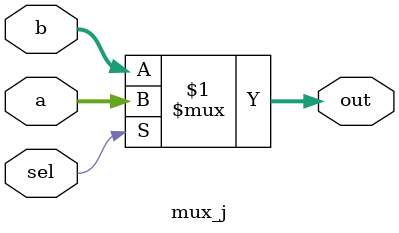
<source format=v>
module mux_j(a,b,sel,out);

input [31:0] a,b;
input sel;

output [31:0] out;

assign out = (sel) ? a : b;

endmodule
</source>
